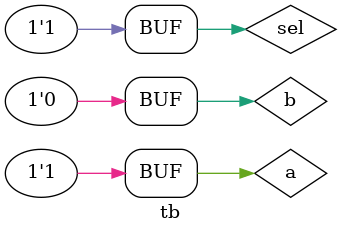
<source format=v>
module tb;
  reg a;
  reg b;
  reg sel;
  wire y;
  
  mux2_1 DUT(.a(a),.b(b),.sel(sel),.y(y));
  
  initial begin
    a = 1; b = 0;
    sel = 0;
    #5 sel = 1;
  end
  
  initial begin
    $monitor("Value of Y = %0d, for sel = %0d, a = %0d, b = %0d",y,sel,a,b);
  end
  
  initial begin
    $dumpfile("dump.vcd");
    $dumpvars(1);
  end
endmodule

</source>
